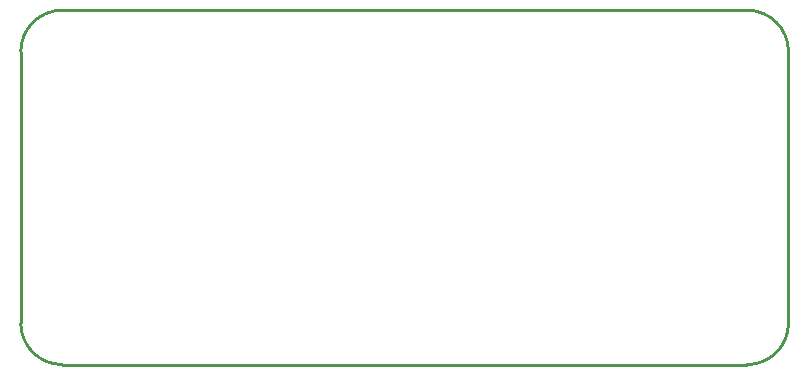
<source format=gko>
G04 Layer: BoardOutlineLayer*
G04 EasyEDA v6.5.40, 2025-01-31 22:11:59*
G04 63179efdc9ef42fbbe513a6e2370b4ab,79498b06e10c4258a2922cdf157d59c5,10*
G04 Gerber Generator version 0.2*
G04 Scale: 100 percent, Rotated: No, Reflected: No *
G04 Dimensions in millimeters *
G04 leading zeros omitted , absolute positions ,4 integer and 5 decimal *
%FSLAX45Y45*%
%MOMM*%

%ADD10C,0.2540*%
D10*
X6142888Y-2999996D02*
G01*
X342900Y-2999996D01*
X-7099Y-2649997D02*
G01*
X-7099Y-349999D01*
X6492882Y-349999D02*
G01*
X6492882Y-2649997D01*
X342900Y0D02*
G01*
X6142888Y0D01*
G75*
G01*
X6142888Y-3D02*
G02*
X6492888Y-350002I0J-349999D01*
G75*
G01*
X6492888Y-2649997D02*
G02*
X6142888Y-2999997I-350000J0D01*
G75*
G01*
X342900Y-2999997D02*
G02*
X-7099Y-2649997I0J350000D01*
G75*
G01*
X-7099Y-350002D02*
G02*
X342900Y-3I349999J0D01*

%LPD*%
M02*

</source>
